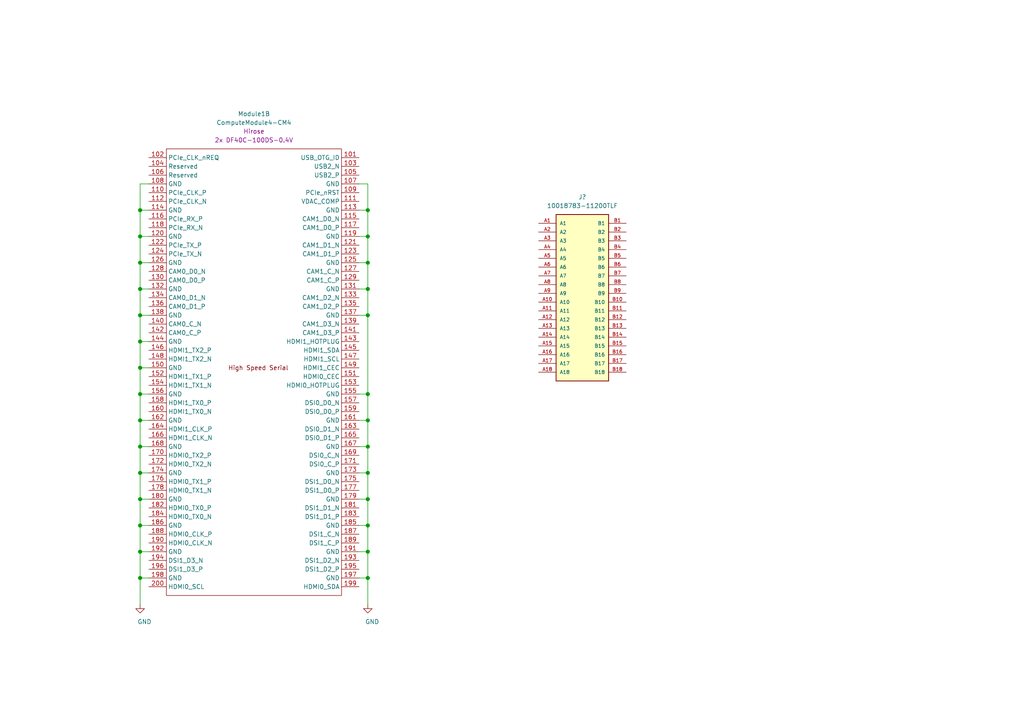
<source format=kicad_sch>
(kicad_sch (version 20211123) (generator eeschema)
  (paper "A4")
  (title_block (title "Raspberry Pi Compute Module 4 DVGrabber") (date "2022-05-10") (rev "v01") (comment 2 "creativecommons.org/licenses/by-sa/4.0") (comment 3 "License: CC BY 4.0") (comment 4 "Author: Ben Sumner"))
  (lib_symbols
    (symbol "10018783-11200TLF:10018783-11200TLF" (pin_names (offset 1.016))
      (property "Reference" "J" (at -7.62 26.289 0))
      (property "Value" "10018783-11200TLF" (at -7.62 -25.4 0))
      (symbol "10018783-11200TLF_0_0"
        (rectangle (start -7.62 -22.86) (end 7.62 25.4) (stroke (width 0.254)) (fill (type background)))
        (pin passive line (at -12.7 22.86 0) (length 5.08) (name "A1") (number "A1"))
        (pin passive line (at -12.7 0 0) (length 5.08) (name "A10") (number "A10"))
        (pin passive line (at -12.7 -2.54 0) (length 5.08) (name "A11") (number "A11"))
        (pin passive line (at -12.7 -5.08 0) (length 5.08) (name "A12") (number "A12"))
        (pin passive line (at -12.7 -7.62 0) (length 5.08) (name "A13") (number "A13"))
        (pin passive line (at -12.7 -10.16 0) (length 5.08) (name "A14") (number "A14"))
        (pin passive line (at -12.7 -12.7 0) (length 5.08) (name "A15") (number "A15"))
        (pin passive line (at -12.7 -15.24 0) (length 5.08) (name "A16") (number "A16"))
        (pin passive line (at -12.7 -17.78 0) (length 5.08) (name "A17") (number "A17"))
        (pin passive line (at -12.7 -20.32 0) (length 5.08) (name "A18") (number "A18"))
        (pin passive line (at -12.7 20.32 0) (length 5.08) (name "A2") (number "A2"))
        (pin passive line (at -12.7 17.78 0) (length 5.08) (name "A3") (number "A3"))
        (pin passive line (at -12.7 15.24 0) (length 5.08) (name "A4") (number "A4"))
        (pin passive line (at -12.7 12.7 0) (length 5.08) (name "A5") (number "A5"))
        (pin passive line (at -12.7 10.16 0) (length 5.08) (name "A6") (number "A6"))
        (pin passive line (at -12.7 7.62 0) (length 5.08) (name "A7") (number "A7"))
        (pin passive line (at -12.7 5.08 0) (length 5.08) (name "A8") (number "A8"))
        (pin passive line (at -12.7 2.54 0) (length 5.08) (name "A9") (number "A9"))
        (pin passive line (at 12.7 22.86 180) (length 5.08) (name "B1") (number "B1"))
        (pin passive line (at 12.7 0 180) (length 5.08) (name "B10") (number "B10"))
        (pin passive line (at 12.7 -2.54 180) (length 5.08) (name "B11") (number "B11"))
        (pin passive line (at 12.7 -5.08 180) (length 5.08) (name "B12") (number "B12"))
        (pin passive line (at 12.7 -7.62 180) (length 5.08) (name "B13") (number "B13"))
        (pin passive line (at 12.7 -10.16 180) (length 5.08) (name "B14") (number "B14"))
        (pin passive line (at 12.7 -12.7 180) (length 5.08) (name "B15") (number "B15"))
        (pin passive line (at 12.7 -15.24 180) (length 5.08) (name "B16") (number "B16"))
        (pin passive line (at 12.7 -17.78 180) (length 5.08) (name "B17") (number "B17"))
        (pin passive line (at 12.7 -20.32 180) (length 5.08) (name "B18") (number "B18"))
        (pin passive line (at 12.7 20.32 180) (length 5.08) (name "B2") (number "B2"))
        (pin passive line (at 12.7 17.78 180) (length 5.08) (name "B3") (number "B3"))
        (pin passive line (at 12.7 15.24 180) (length 5.08) (name "B4") (number "B4"))
        (pin passive line (at 12.7 12.7 180) (length 5.08) (name "B5") (number "B5"))
        (pin passive line (at 12.7 10.16 180) (length 5.08) (name "B6") (number "B6"))
        (pin passive line (at 12.7 7.62 180) (length 5.08) (name "B7") (number "B7"))
        (pin passive line (at 12.7 5.08 180) (length 5.08) (name "B8") (number "B8"))
        (pin passive line (at 12.7 2.54 180) (length 5.08) (name "B9") (number "B9"))
      )
    )
    (symbol "CM4IO:ComputeModule4-CM4"
      (property "Reference" "Module" (at 113.03 -68.58 0))
      (property "Value" "ComputeModule4-CM4" (at 140.97 2.54 0))
      (property "Manufacturer" "Hirose" (at 0 0 0))
      (property "MPN" "2x DF40C-100DS-0.4V" (at 0 -2.54 0))
      (property "MPN (Alt)" "2x DF40HC(3.0)-100DS-0.4V" (at 0 0 0))
      (symbol "ComputeModule4-CM4_1_0"
        (text "GPIO" (at 0 6.35 0) (effects (font (size 1.27 1.27))))
      )
      (symbol "ComputeModule4-CM4_1_1"
        (rectangle (start -30.48 -71.12) (end 25.4 58.42))
        (text "600mA Max" (at -8.89 -53.34 0) (effects (font (size 1.27 1.27))))
        (text "600mA Max" (at -8.89 -48.26 0) (effects (font (size 1.27 1.27))))
        (text "NB SD signals are only available" (at -1.27 -27.94 0) (effects (font (size 1.27 1.27))))
        (text "on modules without eMMC" (at -1.27 -30.48 0) (effects (font (size 1.27 1.27))))
        (pin power_in line (at 27.94 55.88 180) (length 2.54) (name "GND") (number "1"))
        (pin passive line (at -33.02 45.72 0) (length 2.54) (name "Ethernet_Pair0_N") (number "10"))
        (pin output line (at -33.02 -68.58 0) (length 2.54) (name "nEXTRST") (number "100"))
        (pin passive line (at 27.94 43.18 180) (length 2.54) (name "Ethernet_Pair2_P") (number "11"))
        (pin passive line (at -33.02 43.18 0) (length 2.54) (name "Ethernet_Pair0_P") (number "12"))
        (pin power_in line (at 27.94 40.64 180) (length 2.54) (name "GND") (number "13"))
        (pin power_in line (at -33.02 40.64 0) (length 2.54) (name "GND") (number "14"))
        (pin output line (at 27.94 38.1 180) (length 2.54) (name "Ethernet_nLED3(3.3v)") (number "15"))
        (pin input line (at -33.02 38.1 0) (length 2.54) (name "Ethernet_SYNC_IN(1.8v)") (number "16"))
        (pin output line (at 27.94 35.56 180) (length 2.54) (name "Ethernet_nLED2(3.3v)") (number "17"))
        (pin input line (at -33.02 35.56 0) (length 2.54) (name "Ethernet_SYNC_OUT(1.8v)") (number "18"))
        (pin output line (at 27.94 33.02 180) (length 2.54) (name "Ethernet_nLED1(3.3v)") (number "19"))
        (pin power_in line (at -33.02 55.88 0) (length 2.54) (name "GND") (number "2"))
        (pin passive line (at -33.02 33.02 0) (length 2.54) (name "EEPROM_nWP") (number "20"))
        (pin open_collector line (at 27.94 30.48 180) (length 2.54) (name "PI_nLED_Activity") (number "21"))
        (pin power_in line (at -33.02 30.48 0) (length 2.54) (name "GND") (number "22"))
        (pin power_in line (at 27.94 27.94 180) (length 2.54) (name "GND") (number "23"))
        (pin passive line (at -33.02 27.94 0) (length 2.54) (name "GPIO26") (number "24"))
        (pin passive line (at 27.94 25.4 180) (length 2.54) (name "GPIO21") (number "25"))
        (pin passive line (at -33.02 25.4 0) (length 2.54) (name "GPIO19") (number "26"))
        (pin passive line (at 27.94 22.86 180) (length 2.54) (name "GPIO20") (number "27"))
        (pin passive line (at -33.02 22.86 0) (length 2.54) (name "GPIO13") (number "28"))
        (pin passive line (at 27.94 20.32 180) (length 2.54) (name "GPIO16") (number "29"))
        (pin passive line (at 27.94 53.34 180) (length 2.54) (name "Ethernet_Pair3_P") (number "3"))
        (pin passive line (at -33.02 20.32 0) (length 2.54) (name "GPIO6") (number "30"))
        (pin passive line (at 27.94 17.78 180) (length 2.54) (name "GPIO12") (number "31"))
        (pin power_in line (at -33.02 17.78 0) (length 2.54) (name "GND") (number "32"))
        (pin power_in line (at 27.94 15.24 180) (length 2.54) (name "GND") (number "33"))
        (pin passive line (at -33.02 15.24 0) (length 2.54) (name "GPIO5") (number "34"))
        (pin passive line (at 27.94 12.7 180) (length 2.54) (name "ID_SC") (number "35"))
        (pin passive line (at -33.02 12.7 0) (length 2.54) (name "ID_SD") (number "36"))
        (pin passive line (at 27.94 10.16 180) (length 2.54) (name "GPIO7") (number "37"))
        (pin passive line (at -33.02 10.16 0) (length 2.54) (name "GPIO11") (number "38"))
        (pin passive line (at 27.94 7.62 180) (length 2.54) (name "GPIO8") (number "39"))
        (pin passive line (at -33.02 53.34 0) (length 2.54) (name "Ethernet_Pair1_P") (number "4"))
        (pin passive line (at -33.02 7.62 0) (length 2.54) (name "GPIO9") (number "40"))
        (pin passive line (at 27.94 5.08 180) (length 2.54) (name "GPIO25") (number "41"))
        (pin power_in line (at -33.02 5.08 0) (length 2.54) (name "GND") (number "42"))
        (pin power_in line (at 27.94 2.54 180) (length 2.54) (name "GND") (number "43"))
        (pin passive line (at -33.02 2.54 0) (length 2.54) (name "GPIO10") (number "44"))
        (pin passive line (at 27.94 0 180) (length 2.54) (name "GPIO24") (number "45"))
        (pin passive line (at -33.02 0 0) (length 2.54) (name "GPIO22") (number "46"))
        (pin passive line (at 27.94 -2.54 180) (length 2.54) (name "GPIO23") (number "47"))
        (pin passive line (at -33.02 -2.54 0) (length 2.54) (name "GPIO27") (number "48"))
        (pin passive line (at 27.94 -5.08 180) (length 2.54) (name "GPIO18") (number "49"))
        (pin passive line (at 27.94 50.8 180) (length 2.54) (name "Ethernet_Pair3_N") (number "5"))
        (pin passive line (at -33.02 -5.08 0) (length 2.54) (name "GPIO17") (number "50"))
        (pin passive line (at 27.94 -7.62 180) (length 2.54) (name "GPIO15") (number "51"))
        (pin power_in line (at -33.02 -7.62 0) (length 2.54) (name "GND") (number "52"))
        (pin power_in line (at 27.94 -10.16 180) (length 2.54) (name "GND") (number "53"))
        (pin passive line (at -33.02 -10.16 0) (length 2.54) (name "GPIO4") (number "54"))
        (pin passive line (at 27.94 -12.7 180) (length 2.54) (name "GPIO14") (number "55"))
        (pin passive line (at -33.02 -12.7 0) (length 2.54) (name "GPIO3") (number "56"))
        (pin passive line (at 27.94 -15.24 180) (length 2.54) (name "SD_CLK") (number "57"))
        (pin passive line (at -33.02 -15.24 0) (length 2.54) (name "GPIO2") (number "58"))
        (pin power_in line (at 27.94 -17.78 180) (length 2.54) (name "GND") (number "59"))
        (pin passive line (at -33.02 50.8 0) (length 2.54) (name "Ethernet_Pair1_N") (number "6"))
        (pin power_in line (at -33.02 -17.78 0) (length 2.54) (name "GND") (number "60"))
        (pin passive line (at 27.94 -20.32 180) (length 2.54) (name "SD_DAT3") (number "61"))
        (pin passive line (at -33.02 -20.32 0) (length 2.54) (name "SD_CMD") (number "62"))
        (pin passive line (at 27.94 -22.86 180) (length 2.54) (name "SD_DAT0") (number "63"))
        (pin passive line (at -33.02 -22.86 0) (length 2.54) (name "SD_DAT5") (number "64"))
        (pin power_in line (at 27.94 -25.4 180) (length 2.54) (name "GND") (number "65"))
        (pin power_in line (at -33.02 -25.4 0) (length 2.54) (name "GND") (number "66"))
        (pin passive line (at 27.94 -27.94 180) (length 2.54) (name "SD_DAT1") (number "67"))
        (pin passive line (at -33.02 -27.94 0) (length 2.54) (name "SD_DAT4") (number "68"))
        (pin passive line (at 27.94 -30.48 180) (length 2.54) (name "SD_DAT2") (number "69"))
        (pin power_in line (at 27.94 48.26 180) (length 2.54) (name "GND") (number "7"))
        (pin passive line (at -33.02 -30.48 0) (length 2.54) (name "SD_DAT7") (number "70"))
        (pin power_in line (at 27.94 -33.02 180) (length 2.54) (name "GND") (number "71"))
        (pin passive line (at -33.02 -33.02 0) (length 2.54) (name "SD_DAT6") (number "72"))
        (pin input line (at 27.94 -35.56 180) (length 2.54) (name "SD_VDD_Override") (number "73"))
        (pin power_in line (at -33.02 -35.56 0) (length 2.54) (name "GND") (number "74"))
        (pin output line (at 27.94 -38.1 180) (length 2.54) (name "SD_PWR_ON") (number "75"))
        (pin passive line (at -33.02 -38.1 0) (length 2.54) (name "Reserved") (number "76"))
        (pin power_in line (at 27.94 -40.64 180) (length 2.54) (name "+5v_(Input)") (number "77"))
        (pin power_in line (at -33.02 -40.64 0) (length 2.54) (name "GPIO_VREF(1.8v/3.3v_Input)") (number "78"))
        (pin power_in line (at 27.94 -43.18 180) (length 2.54) (name "+5v_(Input)") (number "79"))
        (pin power_in line (at -33.02 48.26 0) (length 2.54) (name "GND") (number "8"))
        (pin passive line (at -33.02 -43.18 0) (length 2.54) (name "SCL0") (number "80"))
        (pin power_in line (at 27.94 -45.72 180) (length 2.54) (name "+5v_(Input)") (number "81"))
        (pin passive line (at -33.02 -45.72 0) (length 2.54) (name "SDA0") (number "82"))
        (pin power_in line (at 27.94 -48.26 180) (length 2.54) (name "+5v_(Input)") (number "83"))
        (pin power_out line (at -33.02 -48.26 0) (length 2.54) (name "+3.3v_(Output)") (number "84"))
        (pin power_in line (at 27.94 -50.8 180) (length 2.54) (name "+5v_(Input)") (number "85"))
        (pin power_out line (at -33.02 -50.8 0) (length 2.54) (name "+3.3v_(Output)") (number "86"))
        (pin power_in line (at 27.94 -53.34 180) (length 2.54) (name "+5v_(Input)") (number "87"))
        (pin power_out line (at -33.02 -53.34 0) (length 2.54) (name "+1.8v_(Output)") (number "88"))
        (pin power_in line (at 27.94 -55.88 180) (length 2.54) (name "WiFi_nDisable") (number "89"))
        (pin passive line (at 27.94 45.72 180) (length 2.54) (name "Ethernet_Pair2_N") (number "9"))
        (pin power_out line (at -33.02 -55.88 0) (length 2.54) (name "+1.8v_(Output)") (number "90"))
        (pin power_in line (at 27.94 -58.42 180) (length 2.54) (name "BT_nDisable") (number "91"))
        (pin passive line (at -33.02 -58.42 0) (length 2.54) (name "RUN_PG") (number "92"))
        (pin input line (at 27.94 -60.96 180) (length 2.54) (name "nRPIBOOT") (number "93"))
        (pin passive line (at -33.02 -60.96 0) (length 2.54) (name "AnalogIP0") (number "94"))
        (pin output line (at 27.94 -63.5 180) (length 2.54) (name "nPI_LED_PWR") (number "95"))
        (pin passive line (at -33.02 -63.5 0) (length 2.54) (name "AnalogIP1") (number "96"))
        (pin passive line (at 27.94 -66.04 180) (length 2.54) (name "Camera_GPIO") (number "97"))
        (pin power_in line (at -33.02 -66.04 0) (length 2.54) (name "GND") (number "98"))
        (pin input line (at 27.94 -68.58 180) (length 2.54) (name "Global_EN") (number "99"))
      )
      (symbol "ComputeModule4-CM4_2_1"
        (rectangle (start 114.3 -66.04) (end 165.1 63.5))
        (text "High Speed Serial" (at 140.97 0 0) (effects (font (size 1.27 1.27))))
        (pin input line (at 170.18 60.96 180) (length 5.08) (name "USB_OTG_ID") (number "101"))
        (pin input line (at 109.22 60.96 0) (length 5.08) (name "PCIe_CLK_nREQ") (number "102"))
        (pin passive line (at 170.18 58.42 180) (length 5.08) (name "USB2_N") (number "103"))
        (pin passive line (at 109.22 58.42 0) (length 5.08) (name "Reserved") (number "104"))
        (pin passive line (at 170.18 55.88 180) (length 5.08) (name "USB2_P") (number "105"))
        (pin passive line (at 109.22 55.88 0) (length 5.08) (name "Reserved") (number "106"))
        (pin power_in line (at 170.18 53.34 180) (length 5.08) (name "GND") (number "107"))
        (pin power_in line (at 109.22 53.34 0) (length 5.08) (name "GND") (number "108"))
        (pin bidirectional line (at 170.18 50.8 180) (length 5.08) (name "PCIe_nRST") (number "109"))
        (pin output line (at 109.22 50.8 0) (length 5.08) (name "PCIe_CLK_P") (number "110"))
        (pin passive line (at 170.18 48.26 180) (length 5.08) (name "VDAC_COMP") (number "111"))
        (pin output line (at 109.22 48.26 0) (length 5.08) (name "PCIe_CLK_N") (number "112"))
        (pin power_in line (at 170.18 45.72 180) (length 5.08) (name "GND") (number "113"))
        (pin power_in line (at 109.22 45.72 0) (length 5.08) (name "GND") (number "114"))
        (pin input line (at 170.18 43.18 180) (length 5.08) (name "CAM1_D0_N") (number "115"))
        (pin input line (at 109.22 43.18 0) (length 5.08) (name "PCIe_RX_P") (number "116"))
        (pin input line (at 170.18 40.64 180) (length 5.08) (name "CAM1_D0_P") (number "117"))
        (pin input line (at 109.22 40.64 0) (length 5.08) (name "PCIe_RX_N") (number "118"))
        (pin power_in line (at 170.18 38.1 180) (length 5.08) (name "GND") (number "119"))
        (pin power_in line (at 109.22 38.1 0) (length 5.08) (name "GND") (number "120"))
        (pin input line (at 170.18 35.56 180) (length 5.08) (name "CAM1_D1_N") (number "121"))
        (pin output line (at 109.22 35.56 0) (length 5.08) (name "PCIe_TX_P") (number "122"))
        (pin input line (at 170.18 33.02 180) (length 5.08) (name "CAM1_D1_P") (number "123"))
        (pin output line (at 109.22 33.02 0) (length 5.08) (name "PCIe_TX_N") (number "124"))
        (pin power_in line (at 170.18 30.48 180) (length 5.08) (name "GND") (number "125"))
        (pin power_in line (at 109.22 30.48 0) (length 5.08) (name "GND") (number "126"))
        (pin input line (at 170.18 27.94 180) (length 5.08) (name "CAM1_C_N") (number "127"))
        (pin input line (at 109.22 27.94 0) (length 5.08) (name "CAM0_D0_N") (number "128"))
        (pin input line (at 170.18 25.4 180) (length 5.08) (name "CAM1_C_P") (number "129"))
        (pin input line (at 109.22 25.4 0) (length 5.08) (name "CAM0_D0_P") (number "130"))
        (pin power_in line (at 170.18 22.86 180) (length 5.08) (name "GND") (number "131"))
        (pin power_in line (at 109.22 22.86 0) (length 5.08) (name "GND") (number "132"))
        (pin input line (at 170.18 20.32 180) (length 5.08) (name "CAM1_D2_N") (number "133"))
        (pin input line (at 109.22 20.32 0) (length 5.08) (name "CAM0_D1_N") (number "134"))
        (pin input line (at 170.18 17.78 180) (length 5.08) (name "CAM1_D2_P") (number "135"))
        (pin input line (at 109.22 17.78 0) (length 5.08) (name "CAM0_D1_P") (number "136"))
        (pin power_in line (at 170.18 15.24 180) (length 5.08) (name "GND") (number "137"))
        (pin power_in line (at 109.22 15.24 0) (length 5.08) (name "GND") (number "138"))
        (pin input line (at 170.18 12.7 180) (length 5.08) (name "CAM1_D3_N") (number "139"))
        (pin input line (at 109.22 12.7 0) (length 5.08) (name "CAM0_C_N") (number "140"))
        (pin input line (at 170.18 10.16 180) (length 5.08) (name "CAM1_D3_P") (number "141"))
        (pin input line (at 109.22 10.16 0) (length 5.08) (name "CAM0_C_P") (number "142"))
        (pin input line (at 170.18 7.62 180) (length 5.08) (name "HDMI1_HOTPLUG") (number "143"))
        (pin power_in line (at 109.22 7.62 0) (length 5.08) (name "GND") (number "144"))
        (pin bidirectional line (at 170.18 5.08 180) (length 5.08) (name "HDMI1_SDA") (number "145"))
        (pin output line (at 109.22 5.08 0) (length 5.08) (name "HDMI1_TX2_P") (number "146"))
        (pin open_collector line (at 170.18 2.54 180) (length 5.08) (name "HDMI1_SCL") (number "147"))
        (pin output line (at 109.22 2.54 0) (length 5.08) (name "HDMI1_TX2_N") (number "148"))
        (pin open_collector line (at 170.18 0 180) (length 5.08) (name "HDMI1_CEC") (number "149"))
        (pin power_in line (at 109.22 0 0) (length 5.08) (name "GND") (number "150"))
        (pin open_collector line (at 170.18 -2.54 180) (length 5.08) (name "HDMI0_CEC") (number "151"))
        (pin output line (at 109.22 -2.54 0) (length 5.08) (name "HDMI1_TX1_P") (number "152"))
        (pin input line (at 170.18 -5.08 180) (length 5.08) (name "HDMI0_HOTPLUG") (number "153"))
        (pin output line (at 109.22 -5.08 0) (length 5.08) (name "HDMI1_TX1_N") (number "154"))
        (pin power_in line (at 170.18 -7.62 180) (length 5.08) (name "GND") (number "155"))
        (pin power_in line (at 109.22 -7.62 0) (length 5.08) (name "GND") (number "156"))
        (pin output line (at 170.18 -10.16 180) (length 5.08) (name "DSI0_D0_N") (number "157"))
        (pin output line (at 109.22 -10.16 0) (length 5.08) (name "HDMI1_TX0_P") (number "158"))
        (pin output line (at 170.18 -12.7 180) (length 5.08) (name "DSI0_D0_P") (number "159"))
        (pin output line (at 109.22 -12.7 0) (length 5.08) (name "HDMI1_TX0_N") (number "160"))
        (pin power_in line (at 170.18 -15.24 180) (length 5.08) (name "GND") (number "161"))
        (pin power_in line (at 109.22 -15.24 0) (length 5.08) (name "GND") (number "162"))
        (pin output line (at 170.18 -17.78 180) (length 5.08) (name "DSI0_D1_N") (number "163"))
        (pin output line (at 109.22 -17.78 0) (length 5.08) (name "HDMI1_CLK_P") (number "164"))
        (pin output line (at 170.18 -20.32 180) (length 5.08) (name "DSI0_D1_P") (number "165"))
        (pin output line (at 109.22 -20.32 0) (length 5.08) (name "HDMI1_CLK_N") (number "166"))
        (pin power_in line (at 170.18 -22.86 180) (length 5.08) (name "GND") (number "167"))
        (pin power_in line (at 109.22 -22.86 0) (length 5.08) (name "GND") (number "168"))
        (pin output line (at 170.18 -25.4 180) (length 5.08) (name "DSI0_C_N") (number "169"))
        (pin output line (at 109.22 -25.4 0) (length 5.08) (name "HDMI0_TX2_P") (number "170"))
        (pin output line (at 170.18 -27.94 180) (length 5.08) (name "DSI0_C_P") (number "171"))
        (pin output line (at 109.22 -27.94 0) (length 5.08) (name "HDMI0_TX2_N") (number "172"))
        (pin power_in line (at 170.18 -30.48 180) (length 5.08) (name "GND") (number "173"))
        (pin power_in line (at 109.22 -30.48 0) (length 5.08) (name "GND") (number "174"))
        (pin output line (at 170.18 -33.02 180) (length 5.08) (name "DSI1_D0_N") (number "175"))
        (pin output line (at 109.22 -33.02 0) (length 5.08) (name "HDMI0_TX1_P") (number "176"))
        (pin output line (at 170.18 -35.56 180) (length 5.08) (name "DSI1_D0_P") (number "177"))
        (pin output line (at 109.22 -35.56 0) (length 5.08) (name "HDMI0_TX1_N") (number "178"))
        (pin power_in line (at 170.18 -38.1 180) (length 5.08) (name "GND") (number "179"))
        (pin power_in line (at 109.22 -38.1 0) (length 5.08) (name "GND") (number "180"))
        (pin output line (at 170.18 -40.64 180) (length 5.08) (name "DSI1_D1_N") (number "181"))
        (pin output line (at 109.22 -40.64 0) (length 5.08) (name "HDMI0_TX0_P") (number "182"))
        (pin output line (at 170.18 -43.18 180) (length 5.08) (name "DSI1_D1_P") (number "183"))
        (pin output line (at 109.22 -43.18 0) (length 5.08) (name "HDMI0_TX0_N") (number "184"))
        (pin power_in line (at 170.18 -45.72 180) (length 5.08) (name "GND") (number "185"))
        (pin power_in line (at 109.22 -45.72 0) (length 5.08) (name "GND") (number "186"))
        (pin output line (at 170.18 -48.26 180) (length 5.08) (name "DSI1_C_N") (number "187"))
        (pin output line (at 109.22 -48.26 0) (length 5.08) (name "HDMI0_CLK_P") (number "188"))
        (pin output line (at 170.18 -50.8 180) (length 5.08) (name "DSI1_C_P") (number "189"))
        (pin output line (at 109.22 -50.8 0) (length 5.08) (name "HDMI0_CLK_N") (number "190"))
        (pin power_in line (at 170.18 -53.34 180) (length 5.08) (name "GND") (number "191"))
        (pin power_in line (at 109.22 -53.34 0) (length 5.08) (name "GND") (number "192"))
        (pin output line (at 170.18 -55.88 180) (length 5.08) (name "DSI1_D2_N") (number "193"))
        (pin output line (at 109.22 -55.88 0) (length 5.08) (name "DSI1_D3_N") (number "194"))
        (pin output line (at 170.18 -58.42 180) (length 5.08) (name "DSI1_D2_P") (number "195"))
        (pin output line (at 109.22 -58.42 0) (length 5.08) (name "DSI1_D3_P") (number "196"))
        (pin power_in line (at 170.18 -60.96 180) (length 5.08) (name "GND") (number "197"))
        (pin power_in line (at 109.22 -60.96 0) (length 5.08) (name "GND") (number "198"))
        (pin bidirectional line (at 170.18 -63.5 180) (length 5.08) (name "HDMI0_SDA") (number "199"))
        (pin open_collector line (at 109.22 -63.5 0) (length 5.08) (name "HDMI0_SCL") (number "200"))
      )
    )
    (symbol "power:GND" (power) (pin_names (offset 0))
      (property "Value" "GND" (at 0 -3.81 0))
      (symbol "GND_0_1"
        (polyline (pts (xy 0 0) (xy 0 -1.27) (xy 1.27 -1.27) (xy 0 -2.54) (xy -1.27 -1.27) (xy 0 -1.27)))
      )
      (symbol "GND_1_1"
        (pin power_in line (at 0 0 270) (length 0) hide (name "GND") (number "1"))
      )
    )
  )
  (junction (at 40.64 60.96) (diameter 1.016))
  (junction (at 106.68 160.02) (diameter 1.016))
  (junction (at 40.64 152.4) (diameter 1.016))
  (junction (at 106.68 152.4) (diameter 1.016))
  (junction (at 40.64 68.58) (diameter 1.016))
  (junction (at 40.64 137.16) (diameter 1.016))
  (junction (at 40.64 106.68) (diameter 1.016))
  (junction (at 40.64 167.64) (diameter 1.016))
  (junction (at 40.64 83.82) (diameter 1.016))
  (junction (at 40.64 114.3) (diameter 1.016))
  (junction (at 40.64 91.44) (diameter 1.016))
  (junction (at 40.64 129.54) (diameter 1.016))
  (junction (at 40.64 99.06) (diameter 1.016))
  (junction (at 106.68 83.82) (diameter 1.016))
  (junction (at 40.64 144.78) (diameter 1.016))
  (junction (at 106.68 60.96) (diameter 1.016))
  (junction (at 40.64 160.02) (diameter 1.016))
  (junction (at 40.64 121.92) (diameter 1.016))
  (junction (at 106.68 76.2) (diameter 1.016))
  (junction (at 106.68 167.64) (diameter 1.016))
  (junction (at 106.68 144.78) (diameter 1.016))
  (junction (at 106.68 129.54) (diameter 1.016))
  (junction (at 106.68 68.58) (diameter 1.016))
  (junction (at 106.68 137.16) (diameter 1.016))
  (junction (at 40.64 76.2) (diameter 1.016))
  (junction (at 106.68 114.3) (diameter 1.016))
  (junction (at 106.68 121.92) (diameter 1.016))
  (junction (at 106.68 91.44) (diameter 1.016))
  (wire (pts (xy 40.64 60.96) (xy 40.64 68.58)))
  (wire (pts (xy 40.64 68.58) (xy 40.64 76.2)))
  (wire (pts (xy 40.64 76.2) (xy 43.18 76.2)))
  (wire (pts (xy 40.64 99.06) (xy 40.64 106.68)))
  (wire (pts (xy 40.64 53.34) (xy 40.64 60.96)))
  (wire (pts (xy 106.68 53.34) (xy 106.68 60.96)))
  (wire (pts (xy 104.14 137.16) (xy 106.68 137.16)))
  (wire (pts (xy 40.64 114.3) (xy 40.64 121.92)))
  (wire (pts (xy 104.14 167.64) (xy 106.68 167.64)))
  (wire (pts (xy 40.64 152.4) (xy 40.64 160.02)))
  (wire (pts (xy 106.68 68.58) (xy 106.68 76.2)))
  (wire (pts (xy 106.68 129.54) (xy 106.68 137.16)))
  (wire (pts (xy 106.68 160.02) (xy 106.68 167.64)))
  (wire (pts (xy 106.68 83.82) (xy 106.68 91.44)))
  (wire (pts (xy 40.64 144.78) (xy 40.64 152.4)))
  (wire (pts (xy 104.14 160.02) (xy 106.68 160.02)))
  (wire (pts (xy 40.64 121.92) (xy 40.64 129.54)))
  (wire (pts (xy 40.64 106.68) (xy 43.18 106.68)))
  (wire (pts (xy 40.64 137.16) (xy 43.18 137.16)))
  (wire (pts (xy 40.64 76.2) (xy 40.64 83.82)))
  (wire (pts (xy 106.68 152.4) (xy 106.68 160.02)))
  (wire (pts (xy 104.14 53.34) (xy 106.68 53.34)))
  (wire (pts (xy 104.14 83.82) (xy 106.68 83.82)))
  (wire (pts (xy 40.64 160.02) (xy 43.18 160.02)))
  (wire (pts (xy 40.64 129.54) (xy 40.64 137.16)))
  (wire (pts (xy 40.64 114.3) (xy 43.18 114.3)))
  (wire (pts (xy 104.14 114.3) (xy 106.68 114.3)))
  (wire (pts (xy 40.64 160.02) (xy 40.64 167.64)))
  (wire (pts (xy 106.68 167.64) (xy 106.68 175.26)))
  (wire (pts (xy 104.14 129.54) (xy 106.68 129.54)))
  (wire (pts (xy 106.68 76.2) (xy 106.68 83.82)))
  (wire (pts (xy 104.14 76.2) (xy 106.68 76.2)))
  (wire (pts (xy 106.68 91.44) (xy 106.68 114.3)))
  (wire (pts (xy 106.68 121.92) (xy 106.68 129.54)))
  (wire (pts (xy 40.64 60.96) (xy 43.18 60.96)))
  (wire (pts (xy 40.64 83.82) (xy 40.64 91.44)))
  (wire (pts (xy 104.14 144.78) (xy 106.68 144.78)))
  (wire (pts (xy 40.64 53.34) (xy 43.18 53.34)))
  (wire (pts (xy 40.64 137.16) (xy 40.64 144.78)))
  (wire (pts (xy 40.64 167.64) (xy 40.64 175.26)))
  (wire (pts (xy 40.64 68.58) (xy 43.18 68.58)))
  (wire (pts (xy 40.64 152.4) (xy 43.18 152.4)))
  (wire (pts (xy 106.68 114.3) (xy 106.68 121.92)))
  (wire (pts (xy 104.14 121.92) (xy 106.68 121.92)))
  (wire (pts (xy 40.64 129.54) (xy 43.18 129.54)))
  (wire (pts (xy 104.14 152.4) (xy 106.68 152.4)))
  (wire (pts (xy 106.68 60.96) (xy 106.68 68.58)))
  (wire (pts (xy 104.14 91.44) (xy 106.68 91.44)))
  (wire (pts (xy 40.64 144.78) (xy 43.18 144.78)))
  (wire (pts (xy 40.64 167.64) (xy 43.18 167.64)))
  (wire (pts (xy 104.14 60.96) (xy 106.68 60.96)))
  (wire (pts (xy 40.64 91.44) (xy 40.64 99.06)))
  (wire (pts (xy 40.64 99.06) (xy 43.18 99.06)))
  (wire (pts (xy 40.64 121.92) (xy 43.18 121.92)))
  (wire (pts (xy 40.64 106.68) (xy 40.64 114.3)))
  (wire (pts (xy 104.14 68.58) (xy 106.68 68.58)))
  (wire (pts (xy 106.68 137.16) (xy 106.68 144.78)))
  (wire (pts (xy 106.68 144.78) (xy 106.68 152.4)))
  (wire (pts (xy 40.64 91.44) (xy 43.18 91.44)))
  (wire (pts (xy 40.64 83.82) (xy 43.18 83.82)))
  (symbol (lib_id "power:GND") (at 40.64 175.26 0) (unit 1)
    (property "Reference" "#PWR?" (effects hide))
    (property "Value" "GND" (at 41.91 180.34 0))
  )
  (symbol (lib_id "10018783-11200TLF:10018783-11200TLF") (at 168.91 87.63 0) (unit 1)
    (property "Reference" "J?" (at 168.91 57.15 0))
    (property "Value" "10018783-11200TLF" (at 168.91 59.69 0))
    (property "Footprint" "AMPHENOL_10018783-11200TLF" (effects hide))
    (property "PARTREV" "Z" (effects hide))
    (property "MANUFACTURER" "Amphenol FCI" (effects hide))
    (property "MAXIMUM_PACKAGE_HEIGHT" "11.25 mm" (effects hide))
    (property "STANDARD" "Manufacturer Recommendations" (effects hide))
  )
  (symbol (lib_id "power:GND") (at 106.68 175.26 0) (unit 1)
    (property "Reference" "#PWR?" (effects hide))
    (property "Value" "GND" (at 107.95 180.34 0))
  )
  (symbol (lib_id "CM4IO:ComputeModule4-CM4") (at -66.04 106.68 0) (unit 2)
    (property "Reference" "Module1" (at 73.66 33.02 0))
    (property "Value" "ComputeModule4-CM4" (at 73.66 35.56 0))
    (property "Footprint" "CM4IO:Raspberry-Pi-4-Compute-Module" (effects hide))
    (property "Field4" "Hirose" (at 73.66 38.1 0))
    (property "Field5" "2x DF40C-100DS-0.4V" (at 73.66 40.64 0))
    (property "Digi-Key_PN" "2x H11615CT-ND" (effects hide))
    (property "Digi-Key_PN (Alt)" "2x H124602CT-ND" (effects hide))
    (property "Manufacturer" "Hirose" (at -66.04 106.68 0))
    (property "MPN" "2x DF40C-100DS-0.4V" (at -66.04 109.22 0))
    (property "MPN (Alt)" "2x DF40HC(3.0)-100DS-0.4V" (at -66.04 106.68 0))
  )
)
</source>
